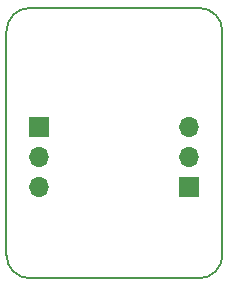
<source format=gbr>
G04 #@! TF.GenerationSoftware,KiCad,Pcbnew,5.0.1-33cea8e~68~ubuntu18.10.1*
G04 #@! TF.CreationDate,2018-11-20T09:40:52+02:00*
G04 #@! TF.ProjectId,BRK-SOT-23-3,42524B2D534F542D32332D332E6B6963,v1.0*
G04 #@! TF.SameCoordinates,Original*
G04 #@! TF.FileFunction,Copper,L2,Bot,Signal*
G04 #@! TF.FilePolarity,Positive*
%FSLAX46Y46*%
G04 Gerber Fmt 4.6, Leading zero omitted, Abs format (unit mm)*
G04 Created by KiCad (PCBNEW 5.0.1-33cea8e~68~ubuntu18.10.1) date ti 20. marraskuuta 2018 09.40.52*
%MOMM*%
%LPD*%
G01*
G04 APERTURE LIST*
G04 #@! TA.AperFunction,NonConductor*
%ADD10C,0.150000*%
G04 #@! TD*
G04 #@! TA.AperFunction,ComponentPad*
%ADD11O,1.700000X1.700000*%
G04 #@! TD*
G04 #@! TA.AperFunction,ComponentPad*
%ADD12R,1.700000X1.700000*%
G04 #@! TD*
G04 APERTURE END LIST*
D10*
X68300000Y-70900000D02*
G75*
G02X66300000Y-72900000I-2000000J0D01*
G01*
X52000000Y-72900000D02*
G75*
G02X50000000Y-70900000I0J2000000D01*
G01*
X66300000Y-50000000D02*
G75*
G02X68300000Y-52000000I0J-2000000D01*
G01*
X50000000Y-52000000D02*
G75*
G02X52000000Y-50000000I2000000J0D01*
G01*
X66300000Y-72900000D02*
X52000000Y-72900000D01*
X68300000Y-52000000D02*
X68300000Y-70900000D01*
X52000000Y-50000000D02*
X66300000Y-50000000D01*
X50000000Y-70900000D02*
X50000000Y-52000000D01*
D11*
G04 #@! TO.P,J2,3*
G04 #@! TO.N,Net-(J2-Pad3)*
X65500000Y-60100000D03*
G04 #@! TO.P,J2,2*
G04 #@! TO.N,Net-(J2-Pad2)*
X65500000Y-62640000D03*
D12*
G04 #@! TO.P,J2,1*
G04 #@! TO.N,Net-(J2-Pad1)*
X65500000Y-65180000D03*
G04 #@! TD*
G04 #@! TO.P,J1,1*
G04 #@! TO.N,Net-(J1-Pad1)*
X52800000Y-60100000D03*
D11*
G04 #@! TO.P,J1,2*
G04 #@! TO.N,Net-(J1-Pad2)*
X52800000Y-62640000D03*
G04 #@! TO.P,J1,3*
G04 #@! TO.N,Net-(J1-Pad3)*
X52800000Y-65180000D03*
G04 #@! TD*
M02*

</source>
